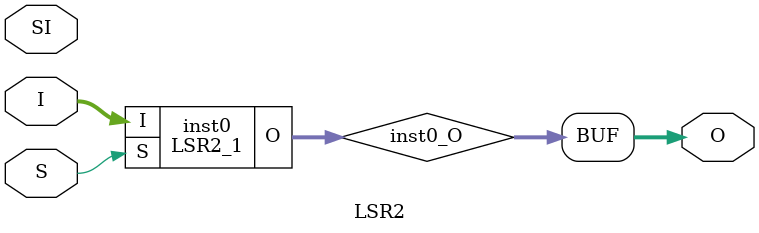
<source format=v>
module Mux2 (input [1:0] I, input  S, output  O);
wire  inst0_O;
SB_LUT4 #(.LUT_INIT(16'hCACA)) inst0 (.I0(I[0]), .I1(I[1]), .I2(S), .I3(1'b0), .O(inst0_O));
assign O = inst0_O;
endmodule

module LSR2_1 (input [1:0] I, input  S, output [1:0] O);
wire  inst0_O;
wire  inst1_O;
Mux2 inst0 (.I(I), .S(S), .O(inst0_O));
Mux2 inst1 (.I({1'b0,I[1]}), .S(S), .O(inst1_O));
assign O = {inst1_O,inst0_O};
endmodule

module LSR2 (input [1:0] I, input [0:0] S, input  SI, output [1:0] O);
wire [1:0] inst0_O;
LSR2_1 inst0 (.I(I), .S(S[0]), .O(inst0_O));
assign O = inst0_O;
endmodule


</source>
